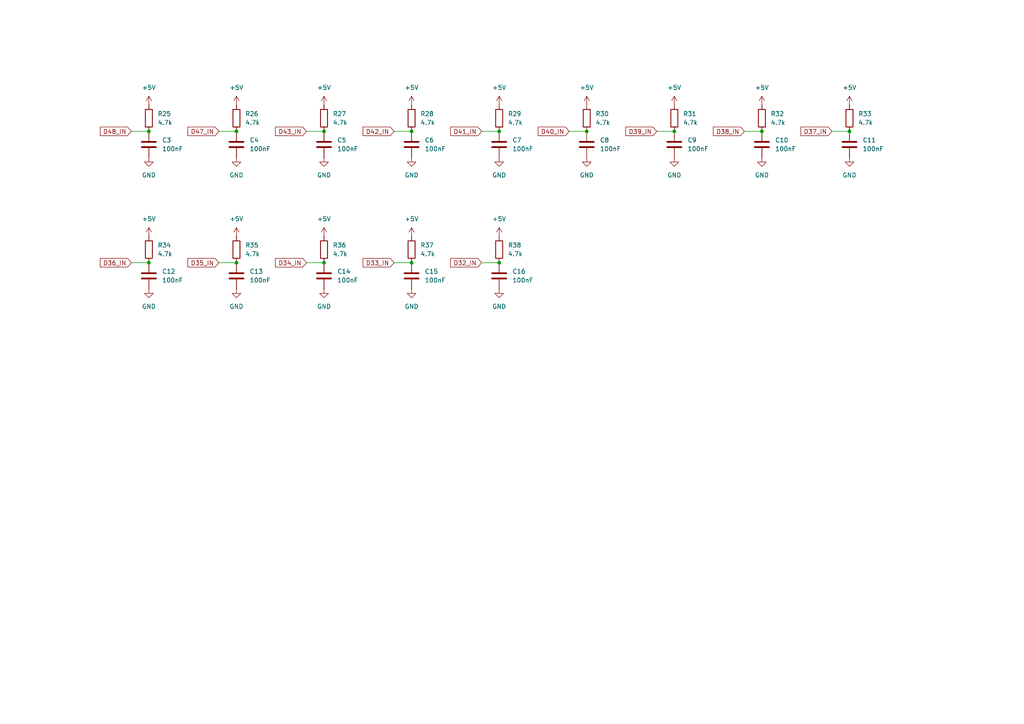
<source format=kicad_sch>
(kicad_sch (version 20250114) (generator "eeschema") (generator_version "9.0")
  (paper "A4")
  (lib_symbols
    (symbol "Device:C" (pin_numbers (hide yes)) (pin_names (offset 0.254))
      (property "Reference" "C" (at 0.635 2.54 0))
      (property "Value" "C" (at 0.635 -2.54 0))
      (symbol "C_0_1"
        (polyline (pts (xy -2.032 0.762) (xy 2.032 0.762)) (stroke (width 0.508)))
        (polyline (pts (xy -2.032 -0.762) (xy 2.032 -0.762)) (stroke (width 0.508)))
      )
      (symbol "C_1_1"
        (pin passive line (at 0 3.81 270) (length 2.794) (name "~") (number "1"))
        (pin passive line (at 0 -3.81 90) (length 2.794) (name "~") (number "2"))
      )
    )
    (symbol "Device:R" (pin_numbers (hide yes)) (pin_names (offset 0))
      (property "Reference" "R" (at 2.032 0 90))
      (property "Value" "R" (at 0 0 90))
      (symbol "R_0_1"
        (rectangle (start -1.016 -2.54) (end 1.016 2.54) (stroke (width 0.254)))
      )
      (symbol "R_1_1"
        (pin passive line (at 0 3.81 270) (length 1.27) (name "~") (number "1"))
        (pin passive line (at 0 -3.81 90) (length 1.27) (name "~") (number "2"))
      )
    )
    (symbol "power:+5V" (power) (pin_numbers (hide yes)) (pin_names (offset 0) (hide yes))
      (property "Value" "+5V" (at 0 3.556 0))
      (symbol "+5V_0_1"
        (polyline (pts (xy -0.762 1.27) (xy 0 2.54)))
        (polyline (pts (xy 0 2.54) (xy 0.762 1.27)))
        (polyline (pts (xy 0 0) (xy 0 2.54)))
      )
      (symbol "+5V_1_1"
        (pin power_in line (at 0 0 90) (length 0) (name "~") (number "1"))
      )
    )
    (symbol "power:GND" (power) (pin_numbers (hide yes)) (pin_names (offset 0) (hide yes))
      (property "Value" "GND" (at 0 -3.81 0))
      (symbol "GND_0_1"
        (polyline (pts (xy 0 0) (xy 0 -1.27) (xy 1.27 -1.27) (xy 0 -2.54) (xy -1.27 -1.27) (xy 0 -1.27)))
      )
      (symbol "GND_1_1"
        (pin power_in line (at 0 0 270) (length 0) (name "~") (number "1"))
      )
    )
  )
  (junction (at 68.58 76.2))
  (junction (at 43.18 38.1))
  (junction (at 144.78 38.1))
  (junction (at 220.98 38.1))
  (junction (at 119.38 76.2))
  (junction (at 246.38 38.1))
  (junction (at 93.98 38.1))
  (junction (at 119.38 38.1))
  (junction (at 43.18 76.2))
  (junction (at 68.58 38.1))
  (junction (at 93.98 76.2))
  (junction (at 170.18 38.1))
  (junction (at 195.58 38.1))
  (junction (at 144.78 76.2))
  (wire (pts (xy 114.3 38.1) (xy 119.38 38.1)))
  (wire (pts (xy 38.1 76.2) (xy 43.18 76.2)))
  (wire (pts (xy 165.1 38.1) (xy 170.18 38.1)))
  (wire (pts (xy 114.3 76.2) (xy 119.38 76.2)))
  (wire (pts (xy 88.9 38.1) (xy 93.98 38.1)))
  (wire (pts (xy 63.5 38.1) (xy 68.58 38.1)))
  (wire (pts (xy 88.9 76.2) (xy 93.98 76.2)))
  (wire (pts (xy 38.1 38.1) (xy 43.18 38.1)))
  (wire (pts (xy 139.7 76.2) (xy 144.78 76.2)))
  (wire (pts (xy 63.5 76.2) (xy 68.58 76.2)))
  (wire (pts (xy 241.3 38.1) (xy 246.38 38.1)))
  (wire (pts (xy 215.9 38.1) (xy 220.98 38.1)))
  (wire (pts (xy 190.5 38.1) (xy 195.58 38.1)))
  (wire (pts (xy 139.7 38.1) (xy 144.78 38.1)))
  (global_label "D33_IN" (shape input) (at 114.3 76.2 180) (property "Intersheetrefs" "${INTERSHEET_REFS}" (effects (hide yes))))
  (global_label "D37_IN" (shape input) (at 241.3 38.1 180) (property "Intersheetrefs" "${INTERSHEET_REFS}" (effects (hide yes))))
  (global_label "D42_IN" (shape input) (at 114.3 38.1 180) (property "Intersheetrefs" "${INTERSHEET_REFS}" (effects (hide yes))))
  (global_label "D35_IN" (shape input) (at 63.5 76.2 180) (property "Intersheetrefs" "${INTERSHEET_REFS}" (effects (hide yes))))
  (global_label "D43_IN" (shape input) (at 88.9 38.1 180) (property "Intersheetrefs" "${INTERSHEET_REFS}" (effects (hide yes))))
  (global_label "D40_IN" (shape input) (at 165.1 38.1 180) (property "Intersheetrefs" "${INTERSHEET_REFS}" (effects (hide yes))))
  (global_label "D39_IN" (shape input) (at 190.5 38.1 180) (property "Intersheetrefs" "${INTERSHEET_REFS}" (effects (hide yes))))
  (global_label "D36_IN" (shape input) (at 38.1 76.2 180) (property "Intersheetrefs" "${INTERSHEET_REFS}" (effects (hide yes))))
  (global_label "D38_IN" (shape input) (at 215.9 38.1 180) (property "Intersheetrefs" "${INTERSHEET_REFS}" (effects (hide yes))))
  (global_label "D32_IN" (shape input) (at 139.7 76.2 180) (property "Intersheetrefs" "${INTERSHEET_REFS}" (effects (hide yes))))
  (global_label "D34_IN" (shape input) (at 88.9 76.2 180) (property "Intersheetrefs" "${INTERSHEET_REFS}" (effects (hide yes))))
  (global_label "D41_IN" (shape input) (at 139.7 38.1 180) (property "Intersheetrefs" "${INTERSHEET_REFS}" (effects (hide yes))))
  (global_label "D47_IN" (shape input) (at 63.5 38.1 180) (property "Intersheetrefs" "${INTERSHEET_REFS}" (effects (hide yes))))
  (global_label "D48_IN" (shape input) (at 38.1 38.1 180) (property "Intersheetrefs" "${INTERSHEET_REFS}" (effects (hide yes))))
  (symbol (lib_id "power:+5V") (at 119.38 68.58 0) (unit 1)
    (property "Reference" "#PWR054" (effects (hide yes)))
    (property "Value" "+5V" (at 119.38 63.5 0))
    (property "Description" "Power symbol creates a global label with name \"+5V\"" (effects (hide yes)))
  )
  (symbol (lib_id "Device:R") (at 144.78 34.29 0) (unit 1)
    (property "Reference" "R29" (at 147.32 33.0199 0) (effects (justify left)))
    (property "Value" "4.7k" (at 147.32 35.5599 0) (effects (justify left)))
    (property "Footprint" "Resistor_SMD:R_1210_3225Metric_Pad1.30x2.65mm_HandSolder" (effects (hide yes)))
    (property "Description" "Resistor" (effects (hide yes)))
  )
  (symbol (lib_id "power:GND") (at 246.38 45.72 0) (unit 1)
    (property "Reference" "#PWR047" (effects (hide yes)))
    (property "Value" "GND" (at 246.38 50.8 0))
    (property "Description" "Power symbol creates a global label with name \"GND\" , ground" (effects (hide yes)))
  )
  (symbol (lib_id "power:GND") (at 220.98 45.72 0) (unit 1)
    (property "Reference" "#PWR045" (effects (hide yes)))
    (property "Value" "GND" (at 220.98 50.8 0))
    (property "Description" "Power symbol creates a global label with name \"GND\" , ground" (effects (hide yes)))
  )
  (symbol (lib_id "Device:C") (at 93.98 80.01 0) (unit 1)
    (property "Reference" "C14" (at 97.79 78.7399 0) (effects (justify left)))
    (property "Value" "100nF" (at 97.79 81.2799 0) (effects (justify left)))
    (property "Footprint" "Capacitor_SMD:C_1210_3225Metric_Pad1.33x2.70mm_HandSolder" (effects (hide yes)))
    (property "Description" "Unpolarized capacitor" (effects (hide yes)))
  )
  (symbol (lib_id "Device:C") (at 195.58 41.91 0) (unit 1)
    (property "Reference" "C9" (at 199.39 40.6399 0) (effects (justify left)))
    (property "Value" "100nF" (at 199.39 43.1799 0) (effects (justify left)))
    (property "Footprint" "Capacitor_SMD:C_1210_3225Metric_Pad1.33x2.70mm_HandSolder" (effects (hide yes)))
    (property "Description" "Unpolarized capacitor" (effects (hide yes)))
  )
  (symbol (lib_id "power:GND") (at 119.38 45.72 0) (unit 1)
    (property "Reference" "#PWR037" (effects (hide yes)))
    (property "Value" "GND" (at 119.38 50.8 0))
    (property "Description" "Power symbol creates a global label with name \"GND\" , ground" (effects (hide yes)))
  )
  (symbol (lib_id "Device:R") (at 246.38 34.29 0) (unit 1)
    (property "Reference" "R33" (at 248.92 33.0199 0) (effects (justify left)))
    (property "Value" "4.7k" (at 248.92 35.5599 0) (effects (justify left)))
    (property "Footprint" "Resistor_SMD:R_1210_3225Metric_Pad1.30x2.65mm_HandSolder" (effects (hide yes)))
    (property "Description" "Resistor" (effects (hide yes)))
  )
  (symbol (lib_id "Device:C") (at 43.18 41.91 0) (unit 1)
    (property "Reference" "C3" (at 46.99 40.6399 0) (effects (justify left)))
    (property "Value" "100nF" (at 46.99 43.1799 0) (effects (justify left)))
    (property "Footprint" "Capacitor_SMD:C_1210_3225Metric_Pad1.33x2.70mm_HandSolder" (effects (hide yes)))
    (property "Description" "Unpolarized capacitor" (effects (hide yes)))
  )
  (symbol (lib_id "Device:C") (at 119.38 80.01 0) (unit 1)
    (property "Reference" "C15" (at 123.19 78.7399 0) (effects (justify left)))
    (property "Value" "100nF" (at 123.19 81.2799 0) (effects (justify left)))
    (property "Footprint" "Capacitor_SMD:C_1210_3225Metric_Pad1.33x2.70mm_HandSolder" (effects (hide yes)))
    (property "Description" "Unpolarized capacitor" (effects (hide yes)))
  )
  (symbol (lib_id "power:+5V") (at 144.78 30.48 0) (unit 1)
    (property "Reference" "#PWR038" (effects (hide yes)))
    (property "Value" "+5V" (at 144.78 25.4 0))
    (property "Description" "Power symbol creates a global label with name \"+5V\"" (effects (hide yes)))
  )
  (symbol (lib_id "Device:R") (at 68.58 72.39 0) (unit 1)
    (property "Reference" "R35" (at 71.12 71.1199 0) (effects (justify left)))
    (property "Value" "4.7k" (at 71.12 73.6599 0) (effects (justify left)))
    (property "Footprint" "Resistor_SMD:R_1210_3225Metric_Pad1.30x2.65mm_HandSolder" (effects (hide yes)))
    (property "Description" "Resistor" (effects (hide yes)))
  )
  (symbol (lib_id "power:+5V") (at 43.18 68.58 0) (unit 1)
    (property "Reference" "#PWR048" (effects (hide yes)))
    (property "Value" "+5V" (at 43.18 63.5 0))
    (property "Description" "Power symbol creates a global label with name \"+5V\"" (effects (hide yes)))
  )
  (symbol (lib_id "power:GND") (at 170.18 45.72 0) (unit 1)
    (property "Reference" "#PWR041" (effects (hide yes)))
    (property "Value" "GND" (at 170.18 50.8 0))
    (property "Description" "Power symbol creates a global label with name \"GND\" , ground" (effects (hide yes)))
  )
  (symbol (lib_id "Device:R") (at 144.78 72.39 0) (unit 1)
    (property "Reference" "R38" (at 147.32 71.1199 0) (effects (justify left)))
    (property "Value" "4.7k" (at 147.32 73.6599 0) (effects (justify left)))
    (property "Footprint" "Resistor_SMD:R_1210_3225Metric_Pad1.30x2.65mm_HandSolder" (effects (hide yes)))
    (property "Description" "Resistor" (effects (hide yes)))
  )
  (symbol (lib_id "power:+5V") (at 144.78 68.58 0) (unit 1)
    (property "Reference" "#PWR056" (effects (hide yes)))
    (property "Value" "+5V" (at 144.78 63.5 0))
    (property "Description" "Power symbol creates a global label with name \"+5V\"" (effects (hide yes)))
  )
  (symbol (lib_id "power:GND") (at 68.58 83.82 0) (unit 1)
    (property "Reference" "#PWR051" (effects (hide yes)))
    (property "Value" "GND" (at 68.58 88.9 0))
    (property "Description" "Power symbol creates a global label with name \"GND\" , ground" (effects (hide yes)))
  )
  (symbol (lib_id "power:GND") (at 93.98 83.82 0) (unit 1)
    (property "Reference" "#PWR053" (effects (hide yes)))
    (property "Value" "GND" (at 93.98 88.9 0))
    (property "Description" "Power symbol creates a global label with name \"GND\" , ground" (effects (hide yes)))
  )
  (symbol (lib_id "power:GND") (at 144.78 83.82 0) (unit 1)
    (property "Reference" "#PWR057" (effects (hide yes)))
    (property "Value" "GND" (at 144.78 88.9 0))
    (property "Description" "Power symbol creates a global label with name \"GND\" , ground" (effects (hide yes)))
  )
  (symbol (lib_id "Device:C") (at 93.98 41.91 0) (unit 1)
    (property "Reference" "C5" (at 97.79 40.6399 0) (effects (justify left)))
    (property "Value" "100nF" (at 97.79 43.1799 0) (effects (justify left)))
    (property "Footprint" "Capacitor_SMD:C_1210_3225Metric_Pad1.33x2.70mm_HandSolder" (effects (hide yes)))
    (property "Description" "Unpolarized capacitor" (effects (hide yes)))
  )
  (symbol (lib_id "Device:C") (at 43.18 80.01 0) (unit 1)
    (property "Reference" "C12" (at 46.99 78.7399 0) (effects (justify left)))
    (property "Value" "100nF" (at 46.99 81.2799 0) (effects (justify left)))
    (property "Footprint" "Capacitor_SMD:C_1210_3225Metric_Pad1.33x2.70mm_HandSolder" (effects (hide yes)))
    (property "Description" "Unpolarized capacitor" (effects (hide yes)))
  )
  (symbol (lib_id "Device:R") (at 43.18 72.39 0) (unit 1)
    (property "Reference" "R34" (at 45.72 71.1199 0) (effects (justify left)))
    (property "Value" "4.7k" (at 45.72 73.6599 0) (effects (justify left)))
    (property "Footprint" "Resistor_SMD:R_1210_3225Metric_Pad1.30x2.65mm_HandSolder" (effects (hide yes)))
    (property "Description" "Resistor" (effects (hide yes)))
  )
  (symbol (lib_id "Device:R") (at 119.38 72.39 0) (unit 1)
    (property "Reference" "R37" (at 121.92 71.1199 0) (effects (justify left)))
    (property "Value" "4.7k" (at 121.92 73.6599 0) (effects (justify left)))
    (property "Footprint" "Resistor_SMD:R_1210_3225Metric_Pad1.30x2.65mm_HandSolder" (effects (hide yes)))
    (property "Description" "Resistor" (effects (hide yes)))
  )
  (symbol (lib_id "power:+5V") (at 43.18 30.48 0) (unit 1)
    (property "Reference" "#PWR031" (effects (hide yes)))
    (property "Value" "+5V" (at 43.18 25.4 0))
    (property "Description" "Power symbol creates a global label with name \"+5V\"" (effects (hide yes)))
  )
  (symbol (lib_id "power:+5V") (at 68.58 30.48 0) (unit 1)
    (property "Reference" "#PWR032" (effects (hide yes)))
    (property "Value" "+5V" (at 68.58 25.4 0))
    (property "Description" "Power symbol creates a global label with name \"+5V\"" (effects (hide yes)))
  )
  (symbol (lib_id "Device:C") (at 68.58 41.91 0) (unit 1)
    (property "Reference" "C4" (at 72.39 40.6399 0) (effects (justify left)))
    (property "Value" "100nF" (at 72.39 43.1799 0) (effects (justify left)))
    (property "Footprint" "Capacitor_SMD:C_1210_3225Metric_Pad1.33x2.70mm_HandSolder" (effects (hide yes)))
    (property "Description" "Unpolarized capacitor" (effects (hide yes)))
  )
  (symbol (lib_id "Device:C") (at 68.58 80.01 0) (unit 1)
    (property "Reference" "C13" (at 72.39 78.7399 0) (effects (justify left)))
    (property "Value" "100nF" (at 72.39 81.2799 0) (effects (justify left)))
    (property "Footprint" "Capacitor_SMD:C_1210_3225Metric_Pad1.33x2.70mm_HandSolder" (effects (hide yes)))
    (property "Description" "Unpolarized capacitor" (effects (hide yes)))
  )
  (symbol (lib_id "Device:R") (at 43.18 34.29 0) (unit 1)
    (property "Reference" "R25" (at 45.72 33.0199 0) (effects (justify left)))
    (property "Value" "4.7k" (at 45.72 35.5599 0) (effects (justify left)))
    (property "Footprint" "Resistor_SMD:R_1210_3225Metric_Pad1.30x2.65mm_HandSolder" (effects (hide yes)))
    (property "Description" "Resistor" (effects (hide yes)))
  )
  (symbol (lib_id "Device:C") (at 144.78 41.91 0) (unit 1)
    (property "Reference" "C7" (at 148.59 40.6399 0) (effects (justify left)))
    (property "Value" "100nF" (at 148.59 43.1799 0) (effects (justify left)))
    (property "Footprint" "Capacitor_SMD:C_1210_3225Metric_Pad1.33x2.70mm_HandSolder" (effects (hide yes)))
    (property "Description" "Unpolarized capacitor" (effects (hide yes)))
  )
  (symbol (lib_id "power:+5V") (at 93.98 30.48 0) (unit 1)
    (property "Reference" "#PWR034" (effects (hide yes)))
    (property "Value" "+5V" (at 93.98 25.4 0))
    (property "Description" "Power symbol creates a global label with name \"+5V\"" (effects (hide yes)))
  )
  (symbol (lib_id "Device:R") (at 68.58 34.29 0) (unit 1)
    (property "Reference" "R26" (at 71.12 33.0199 0) (effects (justify left)))
    (property "Value" "4.7k" (at 71.12 35.5599 0) (effects (justify left)))
    (property "Footprint" "Resistor_SMD:R_1210_3225Metric_Pad1.30x2.65mm_HandSolder" (effects (hide yes)))
    (property "Description" "Resistor" (effects (hide yes)))
  )
  (symbol (lib_id "Device:R") (at 170.18 34.29 0) (unit 1)
    (property "Reference" "R30" (at 172.72 33.0199 0) (effects (justify left)))
    (property "Value" "4.7k" (at 172.72 35.5599 0) (effects (justify left)))
    (property "Footprint" "Resistor_SMD:R_1210_3225Metric_Pad1.30x2.65mm_HandSolder" (effects (hide yes)))
    (property "Description" "Resistor" (effects (hide yes)))
  )
  (symbol (lib_id "Device:R") (at 195.58 34.29 0) (unit 1)
    (property "Reference" "R31" (at 198.12 33.0199 0) (effects (justify left)))
    (property "Value" "4.7k" (at 198.12 35.5599 0) (effects (justify left)))
    (property "Footprint" "Resistor_SMD:R_1210_3225Metric_Pad1.30x2.65mm_HandSolder" (effects (hide yes)))
    (property "Description" "Resistor" (effects (hide yes)))
  )
  (symbol (lib_id "power:GND") (at 93.98 45.72 0) (unit 1)
    (property "Reference" "#PWR035" (effects (hide yes)))
    (property "Value" "GND" (at 93.98 50.8 0))
    (property "Description" "Power symbol creates a global label with name \"GND\" , ground" (effects (hide yes)))
  )
  (symbol (lib_id "Device:R") (at 93.98 34.29 0) (unit 1)
    (property "Reference" "R27" (at 96.52 33.0199 0) (effects (justify left)))
    (property "Value" "4.7k" (at 96.52 35.5599 0) (effects (justify left)))
    (property "Footprint" "Resistor_SMD:R_1210_3225Metric_Pad1.30x2.65mm_HandSolder" (effects (hide yes)))
    (property "Description" "Resistor" (effects (hide yes)))
  )
  (symbol (lib_id "power:+5V") (at 195.58 30.48 0) (unit 1)
    (property "Reference" "#PWR042" (effects (hide yes)))
    (property "Value" "+5V" (at 195.58 25.4 0))
    (property "Description" "Power symbol creates a global label with name \"+5V\"" (effects (hide yes)))
  )
  (symbol (lib_id "Device:C") (at 246.38 41.91 0) (unit 1)
    (property "Reference" "C11" (at 250.19 40.6399 0) (effects (justify left)))
    (property "Value" "100nF" (at 250.19 43.1799 0) (effects (justify left)))
    (property "Footprint" "Capacitor_SMD:C_1210_3225Metric_Pad1.33x2.70mm_HandSolder" (effects (hide yes)))
    (property "Description" "Unpolarized capacitor" (effects (hide yes)))
  )
  (symbol (lib_id "power:+5V") (at 93.98 68.58 0) (unit 1)
    (property "Reference" "#PWR052" (effects (hide yes)))
    (property "Value" "+5V" (at 93.98 63.5 0))
    (property "Description" "Power symbol creates a global label with name \"+5V\"" (effects (hide yes)))
  )
  (symbol (lib_id "Device:C") (at 144.78 80.01 0) (unit 1)
    (property "Reference" "C16" (at 148.59 78.7399 0) (effects (justify left)))
    (property "Value" "100nF" (at 148.59 81.2799 0) (effects (justify left)))
    (property "Footprint" "Capacitor_SMD:C_1210_3225Metric_Pad1.33x2.70mm_HandSolder" (effects (hide yes)))
    (property "Description" "Unpolarized capacitor" (effects (hide yes)))
  )
  (symbol (lib_id "Device:C") (at 220.98 41.91 0) (unit 1)
    (property "Reference" "C10" (at 224.79 40.6399 0) (effects (justify left)))
    (property "Value" "100nF" (at 224.79 43.1799 0) (effects (justify left)))
    (property "Footprint" "Capacitor_SMD:C_1210_3225Metric_Pad1.33x2.70mm_HandSolder" (effects (hide yes)))
    (property "Description" "Unpolarized capacitor" (effects (hide yes)))
  )
  (symbol (lib_id "power:GND") (at 68.58 45.72 0) (unit 1)
    (property "Reference" "#PWR033" (effects (hide yes)))
    (property "Value" "GND" (at 68.58 50.8 0))
    (property "Description" "Power symbol creates a global label with name \"GND\" , ground" (effects (hide yes)))
  )
  (symbol (lib_id "Device:C") (at 170.18 41.91 0) (unit 1)
    (property "Reference" "C8" (at 173.99 40.6399 0) (effects (justify left)))
    (property "Value" "100nF" (at 173.99 43.1799 0) (effects (justify left)))
    (property "Footprint" "Capacitor_SMD:C_1210_3225Metric_Pad1.33x2.70mm_HandSolder" (effects (hide yes)))
    (property "Description" "Unpolarized capacitor" (effects (hide yes)))
  )
  (symbol (lib_id "power:GND") (at 119.38 83.82 0) (unit 1)
    (property "Reference" "#PWR055" (effects (hide yes)))
    (property "Value" "GND" (at 119.38 88.9 0))
    (property "Description" "Power symbol creates a global label with name \"GND\" , ground" (effects (hide yes)))
  )
  (symbol (lib_id "power:GND") (at 43.18 45.72 0) (unit 1)
    (property "Reference" "#PWR030" (effects (hide yes)))
    (property "Value" "GND" (at 43.18 50.8 0))
    (property "Description" "Power symbol creates a global label with name \"GND\" , ground" (effects (hide yes)))
  )
  (symbol (lib_id "power:GND") (at 144.78 45.72 0) (unit 1)
    (property "Reference" "#PWR039" (effects (hide yes)))
    (property "Value" "GND" (at 144.78 50.8 0))
    (property "Description" "Power symbol creates a global label with name \"GND\" , ground" (effects (hide yes)))
  )
  (symbol (lib_id "Device:C") (at 119.38 41.91 0) (unit 1)
    (property "Reference" "C6" (at 123.19 40.6399 0) (effects (justify left)))
    (property "Value" "100nF" (at 123.19 43.1799 0) (effects (justify left)))
    (property "Footprint" "Capacitor_SMD:C_1210_3225Metric_Pad1.33x2.70mm_HandSolder" (effects (hide yes)))
    (property "Description" "Unpolarized capacitor" (effects (hide yes)))
  )
  (symbol (lib_id "power:GND") (at 43.18 83.82 0) (unit 1)
    (property "Reference" "#PWR049" (effects (hide yes)))
    (property "Value" "GND" (at 43.18 88.9 0))
    (property "Description" "Power symbol creates a global label with name \"GND\" , ground" (effects (hide yes)))
  )
  (symbol (lib_id "power:+5V") (at 68.58 68.58 0) (unit 1)
    (property "Reference" "#PWR050" (effects (hide yes)))
    (property "Value" "+5V" (at 68.58 63.5 0))
    (property "Description" "Power symbol creates a global label with name \"+5V\"" (effects (hide yes)))
  )
  (symbol (lib_id "power:+5V") (at 246.38 30.48 0) (unit 1)
    (property "Reference" "#PWR046" (effects (hide yes)))
    (property "Value" "+5V" (at 246.38 25.4 0))
    (property "Description" "Power symbol creates a global label with name \"+5V\"" (effects (hide yes)))
  )
  (symbol (lib_id "power:+5V") (at 220.98 30.48 0) (unit 1)
    (property "Reference" "#PWR044" (effects (hide yes)))
    (property "Value" "+5V" (at 220.98 25.4 0))
    (property "Description" "Power symbol creates a global label with name \"+5V\"" (effects (hide yes)))
  )
  (symbol (lib_id "power:+5V") (at 170.18 30.48 0) (unit 1)
    (property "Reference" "#PWR040" (effects (hide yes)))
    (property "Value" "+5V" (at 170.18 25.4 0))
    (property "Description" "Power symbol creates a global label with name \"+5V\"" (effects (hide yes)))
  )
  (symbol (lib_id "Device:R") (at 220.98 34.29 0) (unit 1)
    (property "Reference" "R32" (at 223.52 33.0199 0) (effects (justify left)))
    (property "Value" "4.7k" (at 223.52 35.5599 0) (effects (justify left)))
    (property "Footprint" "Resistor_SMD:R_1210_3225Metric_Pad1.30x2.65mm_HandSolder" (effects (hide yes)))
    (property "Description" "Resistor" (effects (hide yes)))
  )
  (symbol (lib_id "power:+5V") (at 119.38 30.48 0) (unit 1)
    (property "Reference" "#PWR036" (effects (hide yes)))
    (property "Value" "+5V" (at 119.38 25.4 0))
    (property "Description" "Power symbol creates a global label with name \"+5V\"" (effects (hide yes)))
  )
  (symbol (lib_id "Device:R") (at 93.98 72.39 0) (unit 1)
    (property "Reference" "R36" (at 96.52 71.1199 0) (effects (justify left)))
    (property "Value" "4.7k" (at 96.52 73.6599 0) (effects (justify left)))
    (property "Footprint" "Resistor_SMD:R_1210_3225Metric_Pad1.30x2.65mm_HandSolder" (effects (hide yes)))
    (property "Description" "Resistor" (effects (hide yes)))
  )
  (symbol (lib_id "power:GND") (at 195.58 45.72 0) (unit 1)
    (property "Reference" "#PWR043" (effects (hide yes)))
    (property "Value" "GND" (at 195.58 50.8 0))
    (property "Description" "Power symbol creates a global label with name \"GND\" , ground" (effects (hide yes)))
  )
  (symbol (lib_id "Device:R") (at 119.38 34.29 0) (unit 1)
    (property "Reference" "R28" (at 121.92 33.0199 0) (effects (justify left)))
    (property "Value" "4.7k" (at 121.92 35.5599 0) (effects (justify left)))
    (property "Footprint" "Resistor_SMD:R_1210_3225Metric_Pad1.30x2.65mm_HandSolder" (effects (hide yes)))
    (property "Description" "Resistor" (effects (hide yes)))
  )
)
</source>
